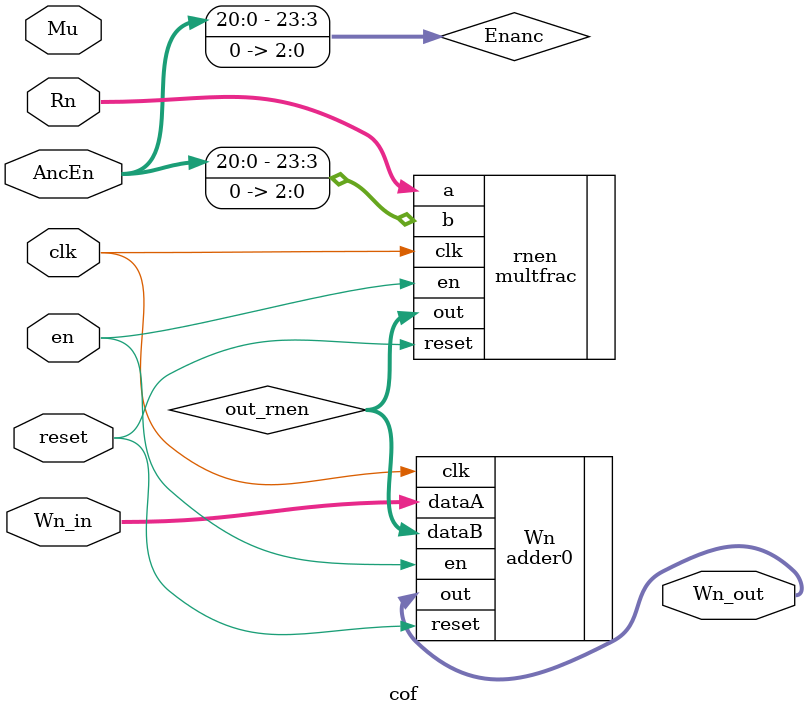
<source format=v>

   `timescale 1ns/10ps 
module cof(clk,en,reset,Wn_in,AncEn,Rn,Wn_out,Mu);
parameter W1=24,//input/output bit width
          W2=4,
			 W3=22;//coefficient bit width
		     
input en,reset,clk;
input[W1-1:0] Wn_in,AncEn,Rn;
input[W2-1:0] Mu;
output[W1-1:0] Wn_out;

wire [W1-1:0] Wn_in,AncEn,Rn,Wn_out;

wire[W2-1:0] Mu;
wire en,reset;  
wire [23:0] Enanc,out_rnen;

assign Enanc=AncEn<<3;  //left shift 3 bits

multfrac rnen (  
       .out(out_rnen), 
       .a(Rn),
       .b(Enanc), 
       .en(en),
       .reset(reset),
       .clk(clk)	
		 );


 adder0 Wn  (
              .clk(clk),
              .en(en),
              .reset(reset),				  
				  .dataA(Wn_in), 
              .dataB(out_rnen), 
              .out(Wn_out)
			     
				  
			  );
//assign Wn_out=Wn_in+out_remu;

endmodule

</source>
